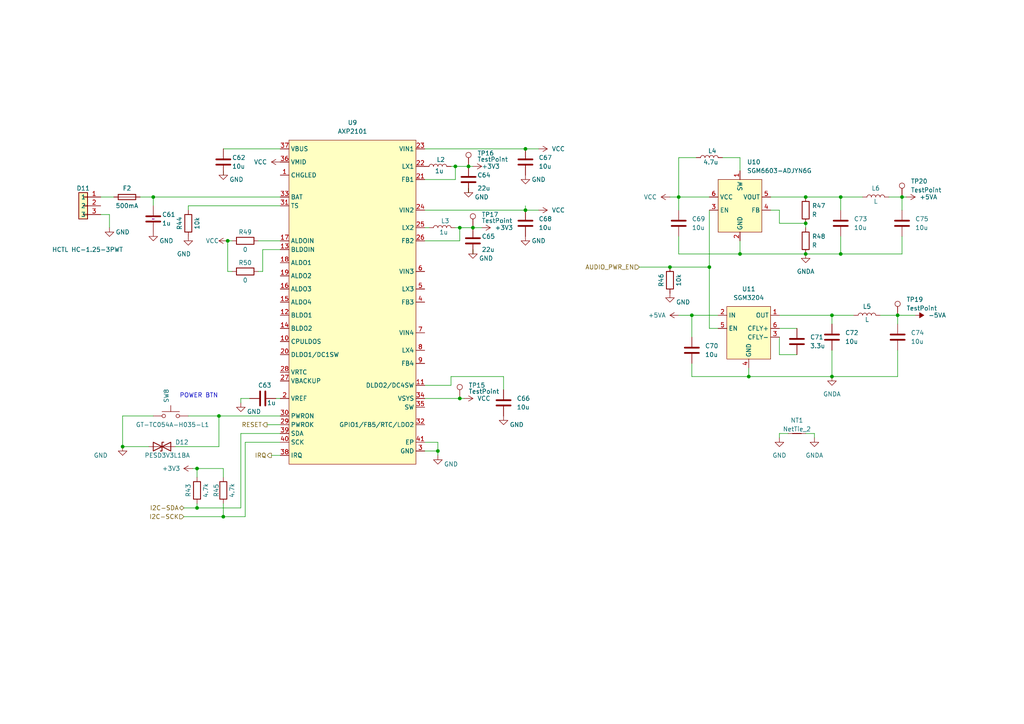
<source format=kicad_sch>
(kicad_sch (version 20211123) (generator eeschema)
  (paper "A4")
  (lib_symbols
    (symbol "Connector:TestPoint" (pin_numbers hide) (pin_names (offset 0.762) hide)
      (property "Reference" "TP" (at 0 6.858 0))
      (property "Value" "TestPoint" (at 0 5.08 0))
      (symbol "TestPoint_0_1"
        (circle (center 0 3.302) (radius 0.762))
      )
      (symbol "TestPoint_1_1"
        (pin passive line (at 0 0 90) (length 2.54) (name "1") (number "1"))
      )
    )
    (symbol "Device:NetTie_2" (pin_numbers hide) (pin_names (offset 0) hide)
      (property "Reference" "NT" (at 0 1.27 0))
      (property "Value" "NetTie_2" (at 0 -1.27 0))
      (symbol "NetTie_2_0_1"
        (polyline (pts (xy -1.27 0) (xy 1.27 0)) (stroke (width 0.254)))
      )
      (symbol "NetTie_2_1_1"
        (pin passive line (at -2.54 0 0) (length 2.54) (name "1") (number "1"))
        (pin passive line (at 2.54 0 180) (length 2.54) (name "2") (number "2"))
      )
    )
    (symbol "power:+3V3" (power) (pin_names (offset 0))
      (property "Value" "+3V3" (at 0 3.556 0))
      (symbol "+3V3_0_1"
        (polyline (pts (xy -0.762 1.27) (xy 0 2.54)))
        (polyline (pts (xy 0 0) (xy 0 2.54)))
        (polyline (pts (xy 0 2.54) (xy 0.762 1.27)))
      )
      (symbol "+3V3_1_1"
        (pin power_in line (at 0 0 90) (length 0) hide (name "+3V3") (number "1"))
      )
    )
    (symbol "power:+5VA" (power) (pin_names (offset 0))
      (property "Value" "+5VA" (at 0 3.556 0))
      (symbol "+5VA_0_1"
        (polyline (pts (xy -0.762 1.27) (xy 0 2.54)))
        (polyline (pts (xy 0 0) (xy 0 2.54)))
        (polyline (pts (xy 0 2.54) (xy 0.762 1.27)))
      )
      (symbol "+5VA_1_1"
        (pin power_in line (at 0 0 90) (length 0) hide (name "+5VA") (number "1"))
      )
    )
    (symbol "power:-5VA" (power) (pin_names (offset 0))
      (property "Value" "-5VA" (at 0 3.81 0))
      (symbol "-5VA_0_0"
        (pin power_in line (at 0 0 90) (length 0) hide (name "-5VA") (number "1"))
      )
      (symbol "-5VA_0_1"
        (polyline (pts (xy 0 0) (xy 0 1.27) (xy 0.762 1.27) (xy 0 2.54) (xy -0.762 1.27) (xy 0 1.27)) (fill (type outline)))
      )
    )
    (symbol "power:GND" (power) (pin_names (offset 0))
      (property "Value" "GND" (at 0 -3.81 0))
      (symbol "GND_0_1"
        (polyline (pts (xy 0 0) (xy 0 -1.27) (xy 1.27 -1.27) (xy 0 -2.54) (xy -1.27 -1.27) (xy 0 -1.27)))
      )
      (symbol "GND_1_1"
        (pin power_in line (at 0 0 270) (length 0) hide (name "GND") (number "1"))
      )
    )
    (symbol "power:GNDA" (power) (pin_names (offset 0))
      (property "Value" "GNDA" (at 0 -3.81 0))
      (symbol "GNDA_0_1"
        (polyline (pts (xy 0 0) (xy 0 -1.27) (xy 1.27 -1.27) (xy 0 -2.54) (xy -1.27 -1.27) (xy 0 -1.27)))
      )
      (symbol "GNDA_1_1"
        (pin power_in line (at 0 0 270) (length 0) hide (name "GNDA") (number "1"))
      )
    )
    (symbol "power:VCC" (power) (pin_names (offset 0))
      (property "Value" "VCC" (at 0 3.81 0))
      (symbol "VCC_0_1"
        (polyline (pts (xy -0.762 1.27) (xy 0 2.54)))
        (polyline (pts (xy 0 0) (xy 0 2.54)))
        (polyline (pts (xy 0 2.54) (xy 0.762 1.27)))
      )
      (symbol "VCC_1_1"
        (pin power_in line (at 0 0 90) (length 0) hide (name "VCC") (number "1"))
      )
    )
    (symbol "rlib_buttons:GT-TC054A-H035-L1" (pin_numbers hide) (pin_names (offset 1.016) hide)
      (property "Reference" "SW" (at 1.27 2.54 0))
      (property "Value" "GT-TC054A-H035-L1" (at 0 -2.54 0))
      (symbol "GT-TC054A-H035-L1_0_1"
        (circle (center -2.032 0) (radius 0.508))
        (polyline (pts (xy 0 1.27) (xy 0 3.048)))
        (polyline (pts (xy 2.54 1.27) (xy -2.54 1.27)))
        (circle (center 2.032 0) (radius 0.508))
        (pin passive line (at -5.08 0 0) (length 2.54) (name "1") (number "1"))
        (pin passive line (at 5.08 0 180) (length 2.54) (name "2") (number "2"))
      )
    )
    (symbol "rlib_connectors:HCTL HC-1.25-3PWT"
      (property "Reference" "D" (at 0 11.43 0))
      (property "Value" "HCTL HC-1.25-3PWT" (at 0 -6.35 0))
      (symbol "HCTL HC-1.25-3PWT_1_1"
        (rectangle (start -1.27 -2.413) (end 0 -2.667) (stroke (width 0.1524)))
        (rectangle (start -1.27 0.127) (end 0 -0.127) (stroke (width 0.1524)))
        (rectangle (start -1.27 2.667) (end 0 2.413) (stroke (width 0.1524)))
        (rectangle (start -1.27 3.81) (end 1.27 -3.81) (stroke (width 0.254)) (fill (type background)))
        (pin passive line (at -5.08 2.54 0) (length 3.81) (name "1") (number "1"))
        (pin passive line (at -5.08 0 0) (length 3.81) (name "2") (number "2"))
        (pin passive line (at -5.08 -2.54 0) (length 3.81) (name "3") (number "3"))
      )
    )
    (symbol "rlib_passive:C" (pin_numbers hide) (pin_names (offset 0.254))
      (property "Reference" "C" (at 0.635 2.54 0))
      (property "Value" "C" (at 0.635 -2.54 0))
      (symbol "C_0_1"
        (polyline (pts (xy -2.032 -0.762) (xy 2.032 -0.762)) (stroke (width 0.508)))
        (polyline (pts (xy -2.032 0.762) (xy 2.032 0.762)) (stroke (width 0.508)))
      )
      (symbol "C_1_1"
        (pin passive line (at 0 3.81 270) (length 2.794) (name "~") (number "1"))
        (pin passive line (at 0 -3.81 90) (length 2.794) (name "~") (number "2"))
      )
    )
    (symbol "rlib_passive:Fuse" (pin_numbers hide) (pin_names (offset 0))
      (property "Reference" "F" (at 2.032 0 90))
      (property "Value" "Fuse" (at -1.905 0 90))
      (symbol "Fuse_0_1"
        (rectangle (start -0.762 -2.54) (end 0.762 2.54) (stroke (width 0.254)))
        (polyline (pts (xy 0 2.54) (xy 0 -2.54)))
      )
      (symbol "Fuse_1_1"
        (pin passive line (at 0 3.81 270) (length 1.27) (name "~") (number "1"))
        (pin passive line (at 0 -3.81 90) (length 1.27) (name "~") (number "2"))
      )
    )
    (symbol "rlib_passive:L" (pin_numbers hide) (pin_names (offset 1.016) hide)
      (property "Reference" "L" (at -1.27 0 90))
      (property "Value" "L" (at 1.905 0 90))
      (symbol "L_0_1"
        (arc (start 0 -2.54) (mid 0.635 -1.905) (end 0 -1.27))
        (arc (start 0 -1.27) (mid 0.635 -0.635) (end 0 0))
        (arc (start 0 0) (mid 0.635 0.635) (end 0 1.27))
        (arc (start 0 1.27) (mid 0.635 1.905) (end 0 2.54))
      )
      (symbol "L_1_1"
        (pin passive line (at 0 3.81 270) (length 1.27) (name "1") (number "1"))
        (pin passive line (at 0 -3.81 90) (length 1.27) (name "2") (number "2"))
      )
    )
    (symbol "rlib_passive:PESD3V3L1BA" (pin_numbers hide) (pin_names (offset 1.016) hide)
      (property "Reference" "D" (at 0 2.54 0))
      (property "Value" "PESD3V3L1BA" (at 0 -2.54 0))
      (symbol "PESD3V3L1BA_0_1"
        (polyline (pts (xy 1.27 0) (xy -1.27 0)))
        (polyline (pts (xy 0.508 1.27) (xy 0 1.27) (xy 0 -1.27) (xy -0.508 -1.27)) (stroke (width 0.254)))
        (polyline (pts (xy -2.54 1.27) (xy -2.54 -1.27) (xy 2.54 1.27) (xy 2.54 -1.27) (xy -2.54 1.27)) (stroke (width 0.254)))
      )
      (symbol "PESD3V3L1BA_1_1"
        (pin passive line (at -3.81 0 0) (length 2.54) (name "A1") (number "1"))
        (pin passive line (at 3.81 0 180) (length 2.54) (name "A2") (number "2"))
      )
    )
    (symbol "rlib_passive:R" (pin_numbers hide) (pin_names (offset 0))
      (property "Reference" "R" (at 2.032 0 90))
      (property "Value" "R" (at 0 0 90))
      (symbol "R_0_1"
        (rectangle (start -1.016 -2.54) (end 1.016 2.54) (stroke (width 0.254)))
      )
      (symbol "R_1_1"
        (pin passive line (at 0 3.81 270) (length 1.27) (name "~") (number "1"))
        (pin passive line (at 0 -3.81 90) (length 1.27) (name "~") (number "2"))
      )
    )
    (symbol "rlib_power:+0V9" (power) (pin_names (offset 0))
      (property "Value" "+0V9" (at 0 3.556 0))
      (symbol "+0V9_0_1"
        (polyline (pts (xy -0.762 1.27) (xy 0 2.54)))
        (polyline (pts (xy 0 0) (xy 0 2.54)))
        (polyline (pts (xy 0 2.54) (xy 0.762 1.27)))
      )
      (symbol "+0V9_1_1"
        (pin power_in line (at 0 0 90) (length 0) hide (name "+3V3") (number "1"))
      )
    )
    (symbol "rlib_power:AXP2101"
      (property "Reference" "U" (at 0 30.48 0))
      (property "Value" "AXP2101" (at 0 -66.04 0))
      (symbol "AXP2101_0_1"
        (rectangle (start -17.78 29.21) (end 19.05 -64.77) (fill (type background)))
        (pin output line (at -20.32 19.05 0) (length 2.54) (name "CHGLED") (number "1"))
        (pin power_out line (at -20.32 -29.21 0) (length 2.54) (name "CPULDOS") (number "10"))
        (pin unspecified line (at 21.59 -41.91 180) (length 2.54) (name "DLDO2/DC4SW") (number "11"))
        (pin power_out line (at -20.32 -21.59 0) (length 2.54) (name "BLDO1") (number "12"))
        (pin power_in line (at -20.32 -2.54 0) (length 2.54) (name "BLDOIN") (number "13"))
        (pin power_out line (at -20.32 -25.4 0) (length 2.54) (name "BLDO2") (number "14"))
        (pin power_out line (at -20.32 -17.78 0) (length 2.54) (name "ALDO4") (number "15"))
        (pin power_out line (at -20.32 -13.97 0) (length 2.54) (name "ALDO3") (number "16"))
        (pin power_in line (at -20.32 0 0) (length 2.54) (name "ALDOIN") (number "17"))
        (pin power_out line (at -20.32 -6.35 0) (length 2.54) (name "ALDO1") (number "18"))
        (pin power_out line (at -20.32 -10.16 0) (length 2.54) (name "ALDO2") (number "19"))
        (pin power_in line (at -20.32 -45.72 0) (length 2.54) (name "VREF") (number "2"))
        (pin power_out line (at -20.32 -33.02 0) (length 2.54) (name "DLDO1/DC1SW") (number "20"))
        (pin input line (at 21.59 17.78 180) (length 2.54) (name "FB1") (number "21"))
        (pin output line (at 21.59 21.59 180) (length 2.54) (name "LX1") (number "22"))
        (pin power_in line (at 21.59 26.67 180) (length 2.54) (name "VIN1") (number "23"))
        (pin power_in line (at 21.59 8.89 180) (length 2.54) (name "VIN2") (number "24"))
        (pin output line (at 21.59 3.81 180) (length 2.54) (name "LX2") (number "25"))
        (pin input line (at 21.59 0 180) (length 2.54) (name "FB2") (number "26"))
        (pin unspecified line (at -20.32 -40.64 0) (length 2.54) (name "VBACKUP") (number "27"))
        (pin power_in line (at -20.32 -38.1 0) (length 2.54) (name "VRTC") (number "28"))
        (pin open_collector line (at -20.32 -53.34 0) (length 2.54) (name "PWROK") (number "29"))
        (pin power_in line (at 21.59 -60.96 180) (length 2.54) (name "GND") (number "3"))
        (pin open_collector line (at -20.32 -50.8 0) (length 2.54) (name "PWRON") (number "30"))
        (pin input line (at -20.32 10.16 0) (length 2.54) (name "TS") (number "31"))
        (pin bidirectional line (at 21.59 -53.34 180) (length 2.54) (name "GPIO1/FB5/RTC/LDO2") (number "32"))
        (pin power_in line (at -20.32 12.7 0) (length 2.54) (name "BAT") (number "33"))
        (pin unspecified line (at 21.59 -45.72 180) (length 2.54) (name "VSYS") (number "34"))
        (pin unspecified line (at 21.59 -48.26 180) (length 2.54) (name "SW") (number "35"))
        (pin unspecified line (at -20.32 22.86 0) (length 2.54) (name "VMID") (number "36"))
        (pin unspecified line (at -20.32 26.67 0) (length 2.54) (name "VBUS") (number "37"))
        (pin open_collector line (at -20.32 -62.23 0) (length 2.54) (name "IRQ") (number "38"))
        (pin bidirectional line (at -20.32 -55.88 0) (length 2.54) (name "SDA") (number "39"))
        (pin input line (at 21.59 -17.78 180) (length 2.54) (name "FB3") (number "4"))
        (pin input line (at -20.32 -58.42 0) (length 2.54) (name "SCK") (number "40"))
        (pin power_in line (at 21.59 -58.42 180) (length 2.54) (name "EP") (number "41"))
        (pin output line (at 21.59 -13.97 180) (length 2.54) (name "LX3") (number "5"))
        (pin power_in line (at 21.59 -8.89 180) (length 2.54) (name "VIN3") (number "6"))
        (pin power_in line (at 21.59 -26.67 180) (length 2.54) (name "VIN4") (number "7"))
        (pin output line (at 21.59 -31.75 180) (length 2.54) (name "LX4") (number "8"))
        (pin input line (at 21.59 -35.56 180) (length 2.54) (name "FB4") (number "9"))
      )
    )
    (symbol "rlib_power:SGM3204"
      (property "Reference" "U" (at 0 8.89 0))
      (property "Value" "SGM3204" (at 6.35 -8.89 0))
      (symbol "SGM3204_0_0"
        (pin power_out line (at 8.89 5.08 180) (length 2.54) (name "OUT") (number "1"))
        (pin power_in line (at -8.89 5.08 0) (length 2.54) (name "IN") (number "2"))
        (pin output line (at 8.89 -1.27 180) (length 2.54) (name "CFLY-") (number "3"))
        (pin power_in line (at 0 -10.16 90) (length 2.54) (name "GND") (number "4"))
        (pin input line (at -8.89 1.27 0) (length 2.54) (name "EN") (number "5"))
        (pin input line (at 8.89 1.27 180) (length 2.54) (name "CFLY+") (number "6"))
      )
      (symbol "SGM3204_0_1"
        (rectangle (start -6.35 7.62) (end 6.35 -7.62) (fill (type background)))
      )
    )
    (symbol "rlib_power:SGM6603-ADJYN6G"
      (property "Reference" "U" (at 2.54 6.35 0))
      (property "Value" "SGM6603-ADJYN6G" (at 11.43 -11.43 0))
      (symbol "SGM6603-ADJYN6G_0_0"
        (pin input line (at 0 7.62 270) (length 2.54) (name "SW") (number "1"))
        (pin power_in line (at 0 -12.7 90) (length 2.54) (name "GND") (number "2"))
        (pin input line (at -8.89 -3.81 0) (length 2.54) (name "EN") (number "3"))
        (pin input line (at 8.89 -3.81 180) (length 2.54) (name "FB") (number "4"))
        (pin power_out line (at 8.89 0 180) (length 2.54) (name "VOUT") (number "5"))
        (pin power_in line (at -8.89 0 0) (length 2.54) (name "VCC") (number "6"))
      )
      (symbol "SGM6603-ADJYN6G_0_1"
        (rectangle (start -6.35 5.08) (end 6.35 -10.16) (fill (type background)))
      )
    )
  )
  (junction (at 205.74 77.47))
  (junction (at 137.16 66.04))
  (junction (at 133.35 115.57))
  (junction (at 35.56 129.54))
  (junction (at 261.62 57.15))
  (junction (at 233.68 64.77))
  (junction (at 260.35 91.44))
  (junction (at 64.77 149.86))
  (junction (at 152.4 43.18))
  (junction (at 214.63 73.66))
  (junction (at 44.45 57.15))
  (junction (at 217.17 109.22))
  (junction (at 152.4 60.96))
  (junction (at 132.08 48.26))
  (junction (at 243.84 73.66))
  (junction (at 243.84 57.15))
  (junction (at 127 130.81))
  (junction (at 233.68 73.66))
  (junction (at 200.66 91.44))
  (junction (at 196.85 57.15))
  (junction (at 133.35 66.04))
  (junction (at 57.15 147.32))
  (junction (at 63.5 120.65))
  (junction (at 66.04 69.85))
  (junction (at 233.68 57.15))
  (junction (at 194.31 77.47))
  (junction (at 241.3 91.44))
  (junction (at 241.3 109.22))
  (junction (at 135.89 48.26))
  (junction (at 57.15 135.89))
  (wire (pts (xy 69.85 116.84) (xy 69.85 115.57)))
  (wire (pts (xy 66.04 78.74) (xy 67.31 78.74)))
  (wire (pts (xy 132.08 52.07) (xy 123.19 52.07)))
  (wire (pts (xy 53.34 149.86) (xy 64.77 149.86)))
  (wire (pts (xy 63.5 120.65) (xy 81.28 120.65)))
  (wire (pts (xy 200.66 91.44) (xy 200.66 97.79)))
  (wire (pts (xy 260.35 91.44) (xy 265.43 91.44)))
  (wire (pts (xy 214.63 45.72) (xy 209.55 45.72)))
  (wire (pts (xy 69.85 125.73) (xy 69.85 147.32)))
  (wire (pts (xy 54.61 60.96) (xy 54.61 59.69)))
  (wire (pts (xy 127 128.27) (xy 127 130.81)))
  (wire (pts (xy 194.31 77.47) (xy 205.74 77.47)))
  (wire (pts (xy 223.52 57.15) (xy 233.68 57.15)))
  (wire (pts (xy 69.85 147.32) (xy 57.15 147.32)))
  (wire (pts (xy 233.68 64.77) (xy 233.68 66.04)))
  (wire (pts (xy 64.77 135.89) (xy 64.77 138.43)))
  (wire (pts (xy 261.62 73.66) (xy 243.84 73.66)))
  (wire (pts (xy 53.34 147.32) (xy 57.15 147.32)))
  (wire (pts (xy 35.56 120.65) (xy 44.45 120.65)))
  (wire (pts (xy 132.08 48.26) (xy 135.89 48.26)))
  (wire (pts (xy 223.52 60.96) (xy 226.06 60.96)))
  (wire (pts (xy 261.62 57.15) (xy 261.62 60.96)))
  (wire (pts (xy 80.01 115.57) (xy 81.28 115.57)))
  (wire (pts (xy 196.85 45.72) (xy 196.85 57.15)))
  (wire (pts (xy 127 130.81) (xy 127 132.08)))
  (wire (pts (xy 29.21 57.15) (xy 33.02 57.15)))
  (wire (pts (xy 146.05 113.03) (xy 146.05 109.22)))
  (wire (pts (xy 137.16 66.04) (xy 139.7 66.04)))
  (wire (pts (xy 74.93 69.85) (xy 81.28 69.85)))
  (wire (pts (xy 40.64 57.15) (xy 44.45 57.15)))
  (wire (pts (xy 66.04 69.85) (xy 66.04 78.74)))
  (wire (pts (xy 81.28 125.73) (xy 69.85 125.73)))
  (wire (pts (xy 76.2 72.39) (xy 81.28 72.39)))
  (wire (pts (xy 71.12 149.86) (xy 64.77 149.86)))
  (wire (pts (xy 130.81 109.22) (xy 130.81 111.76)))
  (wire (pts (xy 152.4 43.18) (xy 156.21 43.18)))
  (wire (pts (xy 226.06 97.79) (xy 226.06 102.87)))
  (wire (pts (xy 132.08 66.04) (xy 133.35 66.04)))
  (wire (pts (xy 205.74 95.25) (xy 208.28 95.25)))
  (wire (pts (xy 226.06 125.73) (xy 228.6 125.73)))
  (wire (pts (xy 243.84 68.58) (xy 243.84 73.66)))
  (wire (pts (xy 57.15 138.43) (xy 57.15 135.89)))
  (wire (pts (xy 57.15 135.89) (xy 64.77 135.89)))
  (wire (pts (xy 123.19 128.27) (xy 127 128.27)))
  (wire (pts (xy 194.31 57.15) (xy 196.85 57.15)))
  (wire (pts (xy 35.56 129.54) (xy 35.56 120.65)))
  (wire (pts (xy 123.19 130.81) (xy 127 130.81)))
  (wire (pts (xy 152.4 59.69) (xy 152.4 60.96)))
  (wire (pts (xy 123.19 43.18) (xy 152.4 43.18)))
  (wire (pts (xy 255.27 91.44) (xy 260.35 91.44)))
  (wire (pts (xy 205.74 77.47) (xy 205.74 95.25)))
  (wire (pts (xy 196.85 91.44) (xy 200.66 91.44)))
  (wire (pts (xy 152.4 60.96) (xy 156.21 60.96)))
  (wire (pts (xy 31.75 62.23) (xy 31.75 66.04)))
  (wire (pts (xy 185.42 77.47) (xy 194.31 77.47)))
  (wire (pts (xy 130.81 111.76) (xy 123.19 111.76)))
  (wire (pts (xy 54.61 120.65) (xy 63.5 120.65)))
  (wire (pts (xy 81.28 128.27) (xy 71.12 128.27)))
  (wire (pts (xy 243.84 57.15) (xy 243.84 60.96)))
  (wire (pts (xy 35.56 129.54) (xy 43.18 129.54)))
  (wire (pts (xy 196.85 57.15) (xy 196.85 60.96)))
  (wire (pts (xy 44.45 57.15) (xy 44.45 59.69)))
  (wire (pts (xy 196.85 68.58) (xy 196.85 73.66)))
  (wire (pts (xy 205.74 77.47) (xy 205.74 60.96)))
  (wire (pts (xy 77.47 123.19) (xy 81.28 123.19)))
  (wire (pts (xy 226.06 64.77) (xy 233.68 64.77)))
  (wire (pts (xy 241.3 91.44) (xy 241.3 93.98)))
  (wire (pts (xy 76.2 78.74) (xy 76.2 72.39)))
  (wire (pts (xy 71.12 128.27) (xy 71.12 149.86)))
  (wire (pts (xy 123.19 66.04) (xy 124.46 66.04)))
  (wire (pts (xy 44.45 57.15) (xy 81.28 57.15)))
  (wire (pts (xy 130.81 109.22) (xy 146.05 109.22)))
  (wire (pts (xy 200.66 105.41) (xy 200.66 109.22)))
  (wire (pts (xy 50.8 129.54) (xy 63.5 129.54)))
  (wire (pts (xy 55.88 135.89) (xy 57.15 135.89)))
  (wire (pts (xy 261.62 68.58) (xy 261.62 73.66)))
  (wire (pts (xy 241.3 91.44) (xy 247.65 91.44)))
  (wire (pts (xy 123.19 69.85) (xy 133.35 69.85)))
  (wire (pts (xy 57.15 146.05) (xy 57.15 147.32)))
  (wire (pts (xy 262.89 57.15) (xy 261.62 57.15)))
  (wire (pts (xy 214.63 69.85) (xy 214.63 73.66)))
  (wire (pts (xy 243.84 73.66) (xy 233.68 73.66)))
  (wire (pts (xy 226.06 127) (xy 226.06 125.73)))
  (wire (pts (xy 132.08 48.26) (xy 132.08 52.07)))
  (wire (pts (xy 64.77 49.53) (xy 64.77 50.8)))
  (wire (pts (xy 63.5 120.65) (xy 63.5 129.54)))
  (wire (pts (xy 243.84 57.15) (xy 233.68 57.15)))
  (wire (pts (xy 66.04 69.85) (xy 67.31 69.85)))
  (wire (pts (xy 243.84 57.15) (xy 250.19 57.15)))
  (wire (pts (xy 123.19 115.57) (xy 133.35 115.57)))
  (wire (pts (xy 78.74 132.08) (xy 81.28 132.08)))
  (wire (pts (xy 214.63 73.66) (xy 233.68 73.66)))
  (wire (pts (xy 130.81 48.26) (xy 132.08 48.26)))
  (wire (pts (xy 196.85 45.72) (xy 201.93 45.72)))
  (wire (pts (xy 134.62 115.57) (xy 133.35 115.57)))
  (wire (pts (xy 226.06 102.87) (xy 231.14 102.87)))
  (wire (pts (xy 257.81 57.15) (xy 261.62 57.15)))
  (wire (pts (xy 74.93 78.74) (xy 76.2 78.74)))
  (wire (pts (xy 29.21 62.23) (xy 31.75 62.23)))
  (wire (pts (xy 137.16 72.39) (xy 137.16 73.66)))
  (wire (pts (xy 260.35 101.6) (xy 260.35 109.22)))
  (wire (pts (xy 133.35 66.04) (xy 133.35 69.85)))
  (wire (pts (xy 135.89 54.61) (xy 135.89 55.88)))
  (wire (pts (xy 133.35 66.04) (xy 137.16 66.04)))
  (wire (pts (xy 196.85 57.15) (xy 205.74 57.15)))
  (wire (pts (xy 200.66 91.44) (xy 208.28 91.44)))
  (wire (pts (xy 123.19 60.96) (xy 152.4 60.96)))
  (wire (pts (xy 217.17 109.22) (xy 241.3 109.22)))
  (wire (pts (xy 217.17 109.22) (xy 217.17 106.68)))
  (wire (pts (xy 260.35 109.22) (xy 241.3 109.22)))
  (wire (pts (xy 236.22 125.73) (xy 236.22 127)))
  (wire (pts (xy 135.89 48.26) (xy 137.16 48.26)))
  (wire (pts (xy 226.06 95.25) (xy 231.14 95.25)))
  (wire (pts (xy 54.61 59.69) (xy 81.28 59.69)))
  (wire (pts (xy 241.3 101.6) (xy 241.3 109.22)))
  (wire (pts (xy 64.77 43.18) (xy 81.28 43.18)))
  (wire (pts (xy 226.06 91.44) (xy 241.3 91.44)))
  (wire (pts (xy 233.68 125.73) (xy 236.22 125.73)))
  (wire (pts (xy 260.35 91.44) (xy 260.35 93.98)))
  (wire (pts (xy 69.85 115.57) (xy 72.39 115.57)))
  (wire (pts (xy 64.77 146.05) (xy 64.77 149.86)))
  (wire (pts (xy 214.63 49.53) (xy 214.63 45.72)))
  (wire (pts (xy 200.66 109.22) (xy 217.17 109.22)))
  (wire (pts (xy 196.85 73.66) (xy 214.63 73.66)))
  (wire (pts (xy 226.06 60.96) (xy 226.06 64.77)))
  (text "POWER BTN" (at 52.07 115.57 0) (effects (font (size 1.27 1.27)) (justify left bottom)))
  (hierarchical_label "IRQ" (shape output) (at 78.74 132.08 180))
  (hierarchical_label "RESET" (shape output) (at 77.47 123.19 180))
  (hierarchical_label "I2C-SCK" (shape input) (at 53.34 149.86 180))
  (hierarchical_label "AUDIO_PWR_EN" (shape input) (at 185.42 77.47 180))
  (hierarchical_label "I2C-SDA" (shape bidirectional) (at 53.34 147.32 180))
  (symbol (lib_id "power:GND") (at 152.4 50.8 0) (unit 1)
    (property "Reference" "#PWR0114" (effects hide))
    (property "Value" "GND" (at 156.21 52.07 0))
  )
  (symbol (lib_id "rlib_passive:C") (at 196.85 64.77 0) (unit 1)
    (property "Reference" "C69" (at 200.66 63.4999 0) (effects (justify left)))
    (property "Value" "10u" (at 200.66 66.0399 0) (effects (justify left)))
    (property "Footprint" "rlib_passive:C_0603_1608Metric" (effects hide))
    (property "Manufacturer" "Murata" (effects hide))
    (property "Mnfct. partnumber" "GRM188R61E106MA73D " (effects hide))
    (property "LCSC Partnumber" "C91606" (effects hide))
  )
  (symbol (lib_id "rlib_passive:L") (at 251.46 91.44 90) (unit 1)
    (property "Reference" "L5" (at 251.46 88.9 90))
    (property "Value" "L" (at 251.46 92.71 90))
    (property "Footprint" "rlib_passive:INDC2520X120N" (effects hide))
    (property "Mnfct.  partnumber" "BLM21PG221SN1D " (effects hide))
    (property "LCSC partnumber" "C85840" (effects hide))
  )
  (symbol (lib_id "rlib_passive:PESD3V3L1BA") (at 46.99 129.54 180) (unit 1)
    (property "Reference" "D12" (at 50.8 128.27 0) (effects (justify right)))
    (property "Value" "PESD3V3L1BA" (at 41.91 132.08 0) (effects (justify right)))
    (property "Footprint" "rlib_passive:D_SOD-323F" (effects hide))
    (property "Datasheet" "${RLIB}/passive/datasheets/PESD3V3L1BA.pdf" (effects hide))
  )
  (symbol (lib_id "power:GND") (at 64.77 49.53 0) (unit 1)
    (property "Reference" "#PWR0103" (effects hide))
    (property "Value" "GND" (at 68.58 52.07 0))
  )
  (symbol (lib_id "rlib_connectors:HCTL HC-1.25-3PWT") (at 24.13 59.69 0) (mirror y) (unit 1)
    (property "Reference" "D11" (at 24.13 54.61 0))
    (property "Value" "HCTL HC-1.25-3PWT" (at 25.4 72.39 0))
    (property "Footprint" "rlib_connectors:CONN-SMD_HC-1.25-3PWT" (effects hide))
  )
  (symbol (lib_id "power:GND") (at 31.75 66.04 0) (unit 1)
    (property "Reference" "#PWR098" (effects hide))
    (property "Value" "GND" (at 35.56 67.31 0))
  )
  (symbol (lib_id "power:+5VA") (at 196.85 91.44 90) (unit 1)
    (property "Reference" "#PWR0120" (effects hide))
    (property "Value" "+5VA" (at 187.96 91.44 90) (effects (justify right)))
  )
  (symbol (lib_id "rlib_passive:C") (at 44.45 63.5 0) (unit 1)
    (property "Reference" "C61" (at 46.99 62.23 0) (effects (justify left)))
    (property "Value" "1u" (at 46.99 64.77 0) (effects (justify left)))
    (property "Footprint" "rlib_passive:C_0603_1608Metric" (effects hide))
    (property "Datasheet" "~" (at 44.45 63.5 0))
  )
  (symbol (lib_id "rlib_passive:R") (at 57.15 142.24 180) (unit 1)
    (property "Reference" "R43" (at 54.61 142.24 90))
    (property "Value" "4.7k" (at 59.69 142.24 90))
    (property "Footprint" "rlib_passive:R_0603_1608Metric" (effects hide))
  )
  (symbol (lib_id "power:GND") (at 54.61 68.58 0) (unit 1)
    (property "Reference" "#PWR0102" (effects hide))
    (property "Value" "GND" (at 53.34 73.66 0))
  )
  (symbol (lib_id "rlib_passive:C") (at 241.3 97.79 0) (unit 1)
    (property "Reference" "C72" (at 245.11 96.5199 0) (effects (justify left)))
    (property "Value" "10u" (at 245.11 99.0599 0) (effects (justify left)))
    (property "Footprint" "rlib_passive:C_0603_1608Metric" (effects hide))
    (property "Manufacturer" "Murata" (effects hide))
    (property "Mnfct. partnumber" "GRM188R61E106MA73D " (effects hide))
    (property "LCSC Partnumber" "C91606" (effects hide))
  )
  (symbol (lib_id "power:GND") (at 135.89 54.61 0) (unit 1)
    (property "Reference" "#PWR0109" (effects hide))
    (property "Value" "GND" (at 139.7 57.15 0))
  )
  (symbol (lib_id "power:GND") (at 194.31 85.09 0) (unit 1)
    (property "Reference" "#PWR0119" (effects hide))
    (property "Value" "GND" (at 198.12 87.63 0))
  )
  (symbol (lib_id "rlib_passive:R") (at 54.61 64.77 180) (unit 1)
    (property "Reference" "R44" (at 52.07 64.77 90))
    (property "Value" "10k" (at 57.15 64.77 90))
    (property "Footprint" "rlib_passive:R_0603_1608Metric" (effects hide))
  )
  (symbol (lib_id "rlib_power:AXP2101") (at 101.6 69.85 0) (unit 1)
    (property "Reference" "U9" (at 102.235 35.56 0))
    (property "Value" "AXP2101" (at 102.235 38.1 0))
    (property "Footprint" "rlib_power:QFN-40_L5.0-W5.0-P0.40-TL-EP3.4" (effects hide))
    (property "Datasheet" "${RLIB}/power/datasheets/AXP2101.pdf" (effects hide))
    (property "Manufacturer" "X-POWERS" (effects hide))
    (property "Mnfct. partnumber" "AXP2101" (effects hide))
    (property "LCSC partnumber" "C3036461" (effects hide))
  )
  (symbol (lib_id "power:GNDA") (at 236.22 127 0) (unit 1)
    (property "Reference" "#PWR0123" (effects hide))
    (property "Value" "GNDA" (at 236.22 132.08 0))
  )
  (symbol (lib_id "rlib_passive:R") (at 194.31 81.28 180) (unit 1)
    (property "Reference" "R46" (at 191.77 81.28 90))
    (property "Value" "10k" (at 196.85 81.28 90))
    (property "Footprint" "rlib_passive:R_0603_1608Metric" (effects hide))
  )
  (symbol (lib_id "rlib_passive:C") (at 76.2 115.57 90) (unit 1)
    (property "Reference" "C63" (at 78.74 111.76 90) (effects (justify left)))
    (property "Value" "1u" (at 80.01 116.84 90) (effects (justify left)))
    (property "Footprint" "rlib_passive:C_0603_1608Metric" (effects hide))
  )
  (symbol (lib_id "rlib_power:SGM3204") (at 217.17 96.52 0) (unit 1)
    (property "Reference" "U11" (at 217.17 83.82 0))
    (property "Value" "SGM3204" (at 217.17 86.36 0))
    (property "Footprint" "rlib_power:SOT-23-6" (effects hide))
    (property "Datasheet" "${RLIB}/power/datasheets/SGM3204.pdf" (effects hide))
    (property "Manufacturer" "SGMICRO" (effects hide))
    (property "Mnfct. partnumber" "SGM3204YN6G/TR" (effects hide))
    (property "LCSC partnumber" "C194031" (effects hide))
  )
  (symbol (lib_id "power:GND") (at 69.85 116.84 0) (unit 1)
    (property "Reference" "#PWR0104" (effects hide))
    (property "Value" "GND" (at 73.66 119.38 0))
  )
  (symbol (lib_id "power:+5VA") (at 262.89 57.15 270) (unit 1)
    (property "Reference" "#PWR0125" (effects hide))
    (property "Value" "+5VA" (at 266.7 57.1499 90) (effects (justify left)))
  )
  (symbol (lib_id "power:-5VA") (at 265.43 91.44 270) (unit 1)
    (property "Reference" "#PWR0126" (effects hide))
    (property "Value" "-5VA" (at 269.24 91.4399 90) (effects (justify left)))
  )
  (symbol (lib_id "Connector:TestPoint") (at 261.62 57.15 0) (unit 1)
    (property "Reference" "TP20" (at 264.16 52.5779 0) (effects (justify left)))
    (property "Value" "TestPoint" (at 264.16 55.1179 0) (effects (justify left)))
    (property "Footprint" "TestPoint:TestPoint_Pad_D1.0mm" (effects hide))
  )
  (symbol (lib_id "power:GND") (at 146.05 120.65 0) (unit 1)
    (property "Reference" "#PWR0113" (effects hide))
    (property "Value" "GND" (at 149.86 123.19 0))
  )
  (symbol (lib_id "power:VCC") (at 66.04 69.85 90) (unit 1)
    (property "Reference" "#PWR0105" (effects hide))
    (property "Value" "VCC" (at 63.5 69.85 90) (effects (justify left)))
  )
  (symbol (lib_id "power:GND") (at 127 132.08 0) (unit 1)
    (property "Reference" "#PWR0107" (effects hide))
    (property "Value" "GND" (at 130.81 134.62 0))
  )
  (symbol (lib_id "power:VCC") (at 134.62 115.57 270) (unit 1)
    (property "Reference" "#PWR0108" (effects hide))
    (property "Value" "VCC" (at 138.43 115.57 90) (effects (justify left)))
  )
  (symbol (lib_id "power:GND") (at 137.16 72.39 0) (unit 1)
    (property "Reference" "#PWR0111" (effects hide))
    (property "Value" "GND" (at 140.97 74.93 0))
  )
  (symbol (lib_id "rlib_passive:L") (at 254 57.15 90) (unit 1)
    (property "Reference" "L6" (at 254 54.61 90))
    (property "Value" "L" (at 254 58.42 90))
    (property "Footprint" "rlib_passive:INDC2520X120N" (effects hide))
    (property "Mnfct.  partnumber" "BLM21PG221SN1D " (effects hide))
    (property "LCSC partnumber" "C85840" (effects hide))
  )
  (symbol (lib_id "Device:NetTie_2") (at 231.14 125.73 0) (unit 1)
    (property "Reference" "NT1" (at 231.14 121.92 0))
    (property "Value" "NetTie_2" (at 231.14 124.46 0))
  )
  (symbol (lib_id "rlib_power:+0V9") (at 139.7 66.04 270) (unit 1)
    (property "Reference" "#PWR0112" (effects hide))
    (property "Value" "+0V9" (at 143.51 66.0399 90) (effects (justify left)))
  )
  (symbol (lib_id "rlib_passive:C") (at 152.4 46.99 0) (unit 1)
    (property "Reference" "C67" (at 156.21 45.7199 0) (effects (justify left)))
    (property "Value" "10u" (at 156.21 48.2599 0) (effects (justify left)))
    (property "Footprint" "rlib_passive:C_0603_1608Metric" (effects hide))
    (property "Manufacturer" "Murata" (effects hide))
    (property "Mnfct. partnumber" "GRM188R61E106MA73D " (effects hide))
    (property "LCSC Partnumber" "C91606" (effects hide))
  )
  (symbol (lib_id "power:VCC") (at 194.31 57.15 90) (mirror x) (unit 1)
    (property "Reference" "#PWR0118" (effects hide))
    (property "Value" "VCC" (at 186.69 57.15 90) (effects (justify right)))
  )
  (symbol (lib_id "rlib_passive:C") (at 152.4 64.77 0) (unit 1)
    (property "Reference" "C68" (at 156.21 63.4999 0) (effects (justify left)))
    (property "Value" "10u" (at 156.21 66.0399 0) (effects (justify left)))
    (property "Footprint" "rlib_passive:C_0603_1608Metric" (effects hide))
    (property "Manufacturer" "Murata" (effects hide))
    (property "Mnfct. partnumber" "GRM188R61E106MA73D " (effects hide))
    (property "LCSC Partnumber" "C91606" (effects hide))
  )
  (symbol (lib_id "power:GND") (at 152.4 68.58 0) (unit 1)
    (property "Reference" "#PWR0115" (effects hide))
    (property "Value" "GND" (at 156.21 69.85 0))
  )
  (symbol (lib_id "Connector:TestPoint") (at 260.35 91.44 0) (unit 1)
    (property "Reference" "TP19" (at 262.89 86.8679 0) (effects (justify left)))
    (property "Value" "TestPoint" (at 262.89 89.4079 0) (effects (justify left)))
    (property "Footprint" "TestPoint:TestPoint_Pad_D1.0mm" (effects hide))
  )
  (symbol (lib_id "rlib_passive:C") (at 243.84 64.77 0) (unit 1)
    (property "Reference" "C73" (at 247.65 63.4999 0) (effects (justify left)))
    (property "Value" "10u" (at 247.65 66.0399 0) (effects (justify left)))
    (property "Footprint" "rlib_passive:C_0603_1608Metric" (effects hide))
    (property "Manufacturer" "Murata" (effects hide))
    (property "Mnfct. partnumber" "GRM188R61E106MA73D " (effects hide))
    (property "LCSC Partnumber" "C91606" (effects hide))
  )
  (symbol (lib_id "rlib_power:SGM6603-ADJYN6G") (at 214.63 57.15 0) (unit 1)
    (property "Reference" "U10" (at 216.6494 46.99 0) (effects (justify left)))
    (property "Value" "SGM6603-ADJYN6G" (at 216.6494 49.53 0) (effects (justify left)))
    (property "Footprint" "rlib_power:SOT-23-6" (effects hide))
    (property "Datasheet" "${RLIB}/power/datasheets/SGM6603.pdf" (effects hide))
    (property "Manufacturer" "SGMICRO" (effects hide))
    (property "Mnfct. partnumber" "SGM6603-ADJYN6G/TR" (effects hide))
    (property "LCSC partnumber" "C79688" (effects hide))
  )
  (symbol (lib_id "rlib_passive:C") (at 200.66 101.6 0) (unit 1)
    (property "Reference" "C70" (at 204.47 100.3299 0) (effects (justify left)))
    (property "Value" "10u" (at 204.47 102.8699 0) (effects (justify left)))
    (property "Footprint" "rlib_passive:C_0603_1608Metric" (effects hide))
    (property "Manufacturer" "Murata" (effects hide))
    (property "Mnfct. partnumber" "GRM188R61E106MA73D " (effects hide))
    (property "LCSC Partnumber" "C91606" (effects hide))
  )
  (symbol (lib_id "power:+3V3") (at 137.16 48.26 270) (unit 1)
    (property "Reference" "#PWR0110" (effects hide))
    (property "Value" "+3V3" (at 139.7 48.26 90) (effects (justify left)))
  )
  (symbol (lib_id "rlib_passive:C") (at 260.35 97.79 0) (unit 1)
    (property "Reference" "C74" (at 264.16 96.5199 0) (effects (justify left)))
    (property "Value" "10u" (at 264.16 99.0599 0) (effects (justify left)))
    (property "Footprint" "rlib_passive:C_0603_1608Metric" (effects hide))
    (property "Manufacturer" "Murata" (effects hide))
    (property "Mnfct. partnumber" "GRM188R61E106MA73D " (effects hide))
    (property "LCSC Partnumber" "C91606" (effects hide))
  )
  (symbol (lib_id "Connector:TestPoint") (at 133.35 115.57 0) (unit 1)
    (property "Reference" "TP15" (at 135.89 111.76 0) (effects (justify left)))
    (property "Value" "TestPoint" (at 135.89 113.5379 0) (effects (justify left)))
    (property "Footprint" "TestPoint:TestPoint_Pad_D1.0mm" (effects hide))
  )
  (symbol (lib_id "power:GND") (at 44.45 67.31 0) (unit 1)
    (property "Reference" "#PWR0100" (effects hide))
    (property "Value" "GND" (at 48.26 69.85 0))
  )
  (symbol (lib_id "power:VCC") (at 156.21 60.96 270) (unit 1)
    (property "Reference" "#PWR0117" (effects hide))
    (property "Value" "VCC" (at 160.02 60.96 90) (effects (justify left)))
  )
  (symbol (lib_id "rlib_passive:Fuse") (at 36.83 57.15 90) (unit 1)
    (property "Reference" "F2" (at 36.83 54.61 90))
    (property "Value" "500mA" (at 36.83 59.69 90))
    (property "Footprint" "rlib_passive:FUSC3216X85N" (effects hide))
  )
  (symbol (lib_id "rlib_passive:R") (at 64.77 142.24 180) (unit 1)
    (property "Reference" "R45" (at 62.738 142.24 90))
    (property "Value" "4.7k" (at 67.31 142.24 90))
    (property "Footprint" "rlib_passive:R_0603_1608Metric" (effects hide))
  )
  (symbol (lib_id "power:+3V3") (at 55.88 135.89 90) (unit 1)
    (property "Reference" "#PWR0101" (effects hide))
    (property "Value" "+3V3" (at 46.99 135.89 90) (effects (justify right)))
  )
  (symbol (lib_id "rlib_passive:L") (at 128.27 66.04 90) (unit 1)
    (property "Reference" "L3" (at 129.1224 64.0822 90))
    (property "Value" "1u" (at 128.6851 67.3615 90))
    (property "Footprint" "rlib_passive:INDC2016X100N" (effects hide))
    (property "Manufacturer" "Murata" (effects hide))
    (property "Mnfct.  partnumber" "LQM2MPN1R0NG0L " (effects hide))
  )
  (symbol (lib_id "rlib_passive:R") (at 71.12 69.85 270) (unit 1)
    (property "Reference" "R49" (at 71.12 67.31 90))
    (property "Value" "0" (at 71.12 72.39 90))
    (property "Footprint" "rlib_passive:R_0603_1608Metric" (effects hide))
  )
  (symbol (lib_id "power:VCC") (at 156.21 43.18 270) (unit 1)
    (property "Reference" "#PWR0116" (effects hide))
    (property "Value" "VCC" (at 160.02 43.18 90) (effects (justify left)))
  )
  (symbol (lib_id "Connector:TestPoint") (at 135.89 48.26 0) (unit 1)
    (property "Reference" "TP16" (at 138.43 44.45 0) (effects (justify left)))
    (property "Value" "TestPoint" (at 138.43 46.2279 0) (effects (justify left)))
    (property "Footprint" "TestPoint:TestPoint_Pad_D1.0mm" (effects hide))
  )
  (symbol (lib_id "rlib_passive:C") (at 137.16 69.85 0) (unit 1)
    (property "Reference" "C65" (at 139.7 68.58 0) (effects (justify left)))
    (property "Value" "22u" (at 139.7 72.39 0) (effects (justify left)))
    (property "Footprint" "rlib_passive:C_0603_1608Metric" (effects hide))
  )
  (symbol (lib_id "power:VCC") (at 81.28 46.99 90) (unit 1)
    (property "Reference" "#PWR0106" (effects hide))
    (property "Value" "VCC" (at 77.47 46.99 90) (effects (justify left)))
  )
  (symbol (lib_id "rlib_passive:C") (at 146.05 116.84 0) (unit 1)
    (property "Reference" "C66" (at 149.86 115.5699 0) (effects (justify left)))
    (property "Value" "10u" (at 149.86 118.1099 0) (effects (justify left)))
    (property "Footprint" "rlib_passive:C_0603_1608Metric" (effects hide))
    (property "Manufacturer" "Murata" (effects hide))
    (property "Mnfct. partnumber" "GRM188R61E106MA73D " (effects hide))
    (property "LCSC Partnumber" "C91606" (effects hide))
  )
  (symbol (lib_id "rlib_passive:L") (at 127 48.26 90) (unit 1)
    (property "Reference" "L2" (at 127.8524 46.3022 90))
    (property "Value" "1u" (at 127.4151 49.5815 90))
    (property "Footprint" "rlib_passive:INDC2016X100N" (effects hide))
    (property "Manufacturer" "Murata" (effects hide))
    (property "Mnfct.  partnumber" "LQM2MPN1R0NG0L " (effects hide))
  )
  (symbol (lib_id "rlib_passive:C") (at 231.14 99.06 0) (unit 1)
    (property "Reference" "C71" (at 234.95 97.7899 0) (effects (justify left)))
    (property "Value" "3.3u" (at 234.95 100.3299 0) (effects (justify left)))
    (property "Footprint" "rlib_passive:C_0603_1608Metric" (effects hide))
  )
  (symbol (lib_id "rlib_passive:C") (at 261.62 64.77 0) (unit 1)
    (property "Reference" "C75" (at 265.43 63.4999 0) (effects (justify left)))
    (property "Value" "10u" (at 265.43 66.0399 0) (effects (justify left)))
    (property "Footprint" "rlib_passive:C_0603_1608Metric" (effects hide))
    (property "Manufacturer" "Murata" (effects hide))
    (property "Mnfct. partnumber" "GRM188R61E106MA73D " (effects hide))
    (property "LCSC Partnumber" "C91606" (effects hide))
  )
  (symbol (lib_id "rlib_passive:C") (at 64.77 46.99 0) (unit 1)
    (property "Reference" "C62" (at 67.31 45.72 0) (effects (justify left)))
    (property "Value" "10u" (at 67.31 48.26 0) (effects (justify left)))
    (property "Footprint" "rlib_passive:C_0603_1608Metric" (effects hide))
  )
  (symbol (lib_id "power:GNDA") (at 233.68 73.66 0) (unit 1)
    (property "Reference" "#PWR0122" (effects hide))
    (property "Value" "GNDA" (at 233.68 78.74 0))
  )
  (symbol (lib_id "rlib_passive:R") (at 233.68 60.96 180) (unit 1)
    (property "Reference" "R47" (at 237.49 59.69 0))
    (property "Value" "R" (at 236.22 62.23 0))
    (property "Footprint" "rlib_passive:R_0603_1608Metric" (effects hide))
  )
  (symbol (lib_id "rlib_passive:C") (at 135.89 52.07 0) (unit 1)
    (property "Reference" "C64" (at 138.43 50.8 0) (effects (justify left)))
    (property "Value" "22u" (at 138.43 54.61 0) (effects (justify left)))
    (property "Footprint" "rlib_passive:C_0603_1608Metric" (effects hide))
  )
  (symbol (lib_id "rlib_buttons:GT-TC054A-H035-L1") (at 49.53 120.65 0) (unit 1)
    (property "Reference" "SW8" (at 48.2599 116.84 90) (effects (justify left)))
    (property "Value" "GT-TC054A-H035-L1" (at 39.37 123.19 0) (effects (justify left)))
    (property "Footprint" "rlib_buttons:GT-TC054A-H035-L1" (effects hide))
    (property "Datasheet" "${RLIB}/buttons/datasheets/TS-1010-C-A.pdf" (effects hide))
    (property "Manufacturer" "G-Switch " (effects hide))
    (property "Mnfct. partnumber" "GT-TC054A-H035-L1" (effects hide))
  )
  (symbol (lib_id "rlib_passive:R") (at 71.12 78.74 270) (unit 1)
    (property "Reference" "R50" (at 71.12 76.2 90))
    (property "Value" "0" (at 71.12 81.28 90))
    (property "Footprint" "rlib_passive:R_0603_1608Metric" (effects hide))
  )
  (symbol (lib_id "rlib_passive:L") (at 205.74 45.72 90) (unit 1)
    (property "Reference" "L4" (at 206.5924 43.7622 90))
    (property "Value" "4.7u" (at 206.1551 47.0415 90))
    (property "Footprint" "rlib_passive:IND_LQH32PN4R7NN0L" (effects hide))
  )
  (symbol (lib_id "power:GNDA") (at 241.3 109.22 0) (unit 1)
    (property "Reference" "#PWR0124" (effects hide))
    (property "Value" "GNDA" (at 241.3 114.3 0))
  )
  (symbol (lib_id "power:GND") (at 35.56 129.54 0) (unit 1)
    (property "Reference" "#PWR099" (effects hide))
    (property "Value" "GND" (at 29.21 132.08 0))
  )
  (symbol (lib_id "rlib_passive:R") (at 233.68 69.85 180) (unit 1)
    (property "Reference" "R48" (at 237.49 68.58 0))
    (property "Value" "R" (at 236.22 71.12 0))
    (property "Footprint" "rlib_passive:R_0603_1608Metric" (effects hide))
  )
  (symbol (lib_id "power:GND") (at 226.06 127 0) (unit 1)
    (property "Reference" "#PWR0121" (effects hide))
    (property "Value" "GND" (at 226.06 132.08 0))
  )
  (symbol (lib_id "Connector:TestPoint") (at 137.16 66.04 0) (unit 1)
    (property "Reference" "TP17" (at 139.7 62.23 0) (effects (justify left)))
    (property "Value" "TestPoint" (at 139.7 64.0079 0) (effects (justify left)))
    (property "Footprint" "TestPoint:TestPoint_Pad_D1.0mm" (effects hide))
  )
)
</source>
